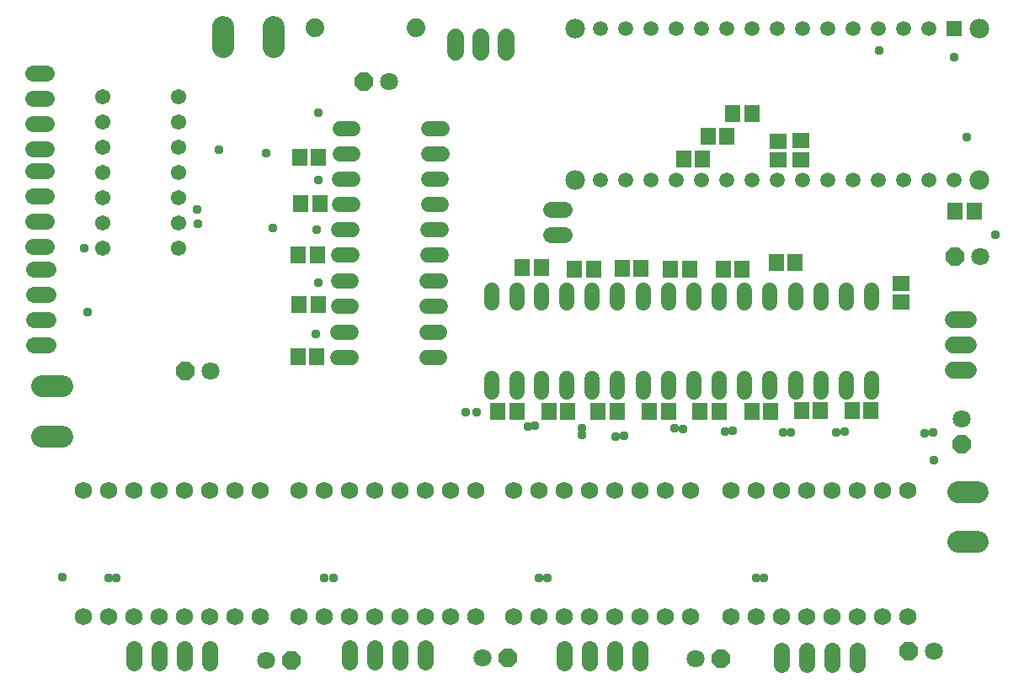
<source format=gbr>
G04 EAGLE Gerber RS-274X export*
G75*
%MOMM*%
%FSLAX34Y34*%
%LPD*%
%INSoldermask Top*%
%IPPOS*%
%AMOC8*
5,1,8,0,0,1.08239X$1,22.5*%
G01*
G04 Define Apertures*
%ADD10C,1.981200*%
%ADD11R,1.511200X1.511200*%
%ADD12C,1.511200*%
%ADD13C,2.184400*%
%ADD14C,1.879600*%
%ADD15C,1.727200*%
%ADD16C,1.546600*%
%ADD17C,1.727200*%
%ADD18C,1.524000*%
%ADD19R,1.703200X1.503200*%
%ADD20R,1.503200X1.703200*%
%ADD21C,1.625600*%
%ADD22P,1.95198X8X202.5*%
%ADD23C,1.803400*%
%ADD24P,1.95198X8X22.5*%
%ADD25P,1.95198X8X292.5*%
%ADD26C,0.959600*%
D10*
X976983Y670055D03*
D11*
X951583Y670055D03*
D12*
X926183Y670055D03*
X900783Y670055D03*
X875383Y670055D03*
X849983Y670055D03*
X824583Y670055D03*
X799183Y670055D03*
X773783Y670055D03*
X748383Y670055D03*
X722983Y670055D03*
X697583Y670055D03*
X672183Y670055D03*
X646783Y670055D03*
X621383Y670055D03*
X595983Y670055D03*
X595983Y517655D03*
X621383Y517655D03*
X646783Y517655D03*
X672183Y517655D03*
X697583Y517655D03*
X722983Y517655D03*
X748383Y517655D03*
X773783Y517655D03*
X799183Y517655D03*
X824583Y517655D03*
X849983Y517655D03*
X875383Y517655D03*
X900783Y517655D03*
X926183Y517655D03*
X951583Y517655D03*
D10*
X976983Y517655D03*
X570583Y517655D03*
X570583Y670055D03*
D13*
X955326Y153797D02*
X975138Y153797D01*
X975138Y204089D02*
X955326Y204089D01*
X266837Y651907D02*
X266837Y671719D01*
X216545Y671719D02*
X216545Y651907D01*
D14*
X308547Y670925D03*
X410147Y670925D03*
D15*
X950341Y377635D02*
X965581Y377635D01*
X965581Y352235D02*
X950341Y352235D01*
X950341Y326835D02*
X965581Y326835D01*
D16*
X95527Y601512D03*
X95527Y576112D03*
X95527Y550712D03*
X95527Y525312D03*
X95527Y499912D03*
X95527Y474512D03*
X95527Y449112D03*
X171727Y449112D03*
X171727Y474512D03*
X171727Y499912D03*
X171727Y525312D03*
X171727Y550712D03*
X171727Y576112D03*
X171727Y601512D03*
D15*
X450215Y646541D02*
X450215Y661781D01*
X475615Y661781D02*
X475615Y646541D01*
X501015Y646541D02*
X501015Y661781D01*
D17*
X253464Y205683D03*
X228064Y205683D03*
X202664Y205683D03*
X177264Y205683D03*
X151864Y205683D03*
X126464Y205683D03*
X101064Y205683D03*
X75664Y205683D03*
X75664Y78683D03*
X101064Y78683D03*
X126464Y78683D03*
X151864Y78683D03*
X177264Y78683D03*
X202664Y78683D03*
X228064Y78683D03*
X253464Y78683D03*
X470630Y205804D03*
X445230Y205804D03*
X419830Y205804D03*
X394430Y205804D03*
X369030Y205804D03*
X343630Y205804D03*
X318230Y205804D03*
X292830Y205804D03*
X292830Y78804D03*
X318230Y78804D03*
X343630Y78804D03*
X369030Y78804D03*
X394430Y78804D03*
X419830Y78804D03*
X445230Y78804D03*
X470630Y78804D03*
X686530Y205804D03*
X661130Y205804D03*
X635730Y205804D03*
X610330Y205804D03*
X584930Y205804D03*
X559530Y205804D03*
X534130Y205804D03*
X508730Y205804D03*
X508730Y78804D03*
X534130Y78804D03*
X559530Y78804D03*
X584930Y78804D03*
X610330Y78804D03*
X635730Y78804D03*
X661130Y78804D03*
X686530Y78804D03*
X904460Y205804D03*
X879060Y205804D03*
X853660Y205804D03*
X828260Y205804D03*
X802860Y205804D03*
X777460Y205804D03*
X752060Y205804D03*
X726660Y205804D03*
X726660Y78804D03*
X752060Y78804D03*
X777460Y78804D03*
X802860Y78804D03*
X828260Y78804D03*
X853660Y78804D03*
X879060Y78804D03*
X904460Y78804D03*
D18*
X562158Y393891D02*
X562158Y407099D01*
X536758Y407099D02*
X536758Y393891D01*
X536758Y317691D02*
X536758Y304483D01*
X562158Y304483D02*
X562158Y317691D01*
X435387Y442389D02*
X422179Y442389D01*
X422179Y467789D02*
X435387Y467789D01*
X345979Y467789D02*
X332771Y467789D01*
X332771Y442389D02*
X345979Y442389D01*
X423179Y543766D02*
X436387Y543766D01*
X436387Y569166D02*
X423179Y569166D01*
X346979Y569166D02*
X333771Y569166D01*
X333771Y543766D02*
X346979Y543766D01*
X421520Y390876D02*
X434728Y390876D01*
X434728Y416276D02*
X421520Y416276D01*
X345320Y416276D02*
X332112Y416276D01*
X332112Y390876D02*
X345320Y390876D01*
X664057Y393907D02*
X664057Y407115D01*
X638657Y407115D02*
X638657Y393907D01*
X638657Y317707D02*
X638657Y304499D01*
X664057Y304499D02*
X664057Y317707D01*
X434164Y338884D02*
X420956Y338884D01*
X420956Y364284D02*
X434164Y364284D01*
X344756Y364284D02*
X331548Y364284D01*
X331548Y338884D02*
X344756Y338884D01*
X422607Y493386D02*
X435815Y493386D01*
X435815Y518786D02*
X422607Y518786D01*
X346407Y518786D02*
X333199Y518786D01*
X333199Y493386D02*
X346407Y493386D01*
X766301Y407043D02*
X766301Y393835D01*
X740901Y393835D02*
X740901Y407043D01*
X740901Y317635D02*
X740901Y304427D01*
X766301Y304427D02*
X766301Y317635D01*
X868278Y393842D02*
X868278Y407050D01*
X842878Y407050D02*
X842878Y393842D01*
X842878Y317642D02*
X842878Y304434D01*
X868278Y304434D02*
X868278Y317642D01*
X511524Y393827D02*
X511524Y407035D01*
X486124Y407035D02*
X486124Y393827D01*
X486124Y317627D02*
X486124Y304419D01*
X511524Y304419D02*
X511524Y317627D01*
X613061Y393954D02*
X613061Y407162D01*
X587661Y407162D02*
X587661Y393954D01*
X587661Y317754D02*
X587661Y304546D01*
X613061Y304546D02*
X613061Y317754D01*
X715319Y393827D02*
X715319Y407035D01*
X689919Y407035D02*
X689919Y393827D01*
X689919Y317627D02*
X689919Y304419D01*
X715319Y304419D02*
X715319Y317627D01*
X817340Y393954D02*
X817340Y407162D01*
X791940Y407162D02*
X791940Y393954D01*
X791940Y317754D02*
X791940Y304546D01*
X817340Y304546D02*
X817340Y317754D01*
D19*
X898303Y394678D03*
X898303Y413678D03*
D20*
X511737Y284714D03*
X492737Y284714D03*
X612293Y284773D03*
X593293Y284773D03*
X714822Y285025D03*
X695822Y285025D03*
X816744Y285494D03*
X797744Y285494D03*
X517264Y429609D03*
X536264Y429609D03*
X617436Y428943D03*
X636436Y428943D03*
X719321Y428386D03*
X738321Y428386D03*
X952493Y486601D03*
X971493Y486601D03*
X562717Y284607D03*
X543717Y284607D03*
X663954Y284986D03*
X644954Y284986D03*
X766705Y285389D03*
X747705Y285389D03*
X728843Y584704D03*
X747843Y584704D03*
X311125Y442239D03*
X292125Y442239D03*
X867523Y285745D03*
X848523Y285745D03*
D19*
X797433Y557505D03*
X797433Y538505D03*
D20*
X312046Y541022D03*
X293046Y541022D03*
X704081Y561658D03*
X723081Y561658D03*
X311916Y392589D03*
X292916Y392589D03*
X679316Y538925D03*
X698316Y538925D03*
X310681Y340424D03*
X291681Y340424D03*
D19*
X774097Y556997D03*
X774097Y537997D03*
D20*
X313379Y494349D03*
X294379Y494349D03*
X569842Y428466D03*
X588842Y428466D03*
X666394Y428466D03*
X685394Y428466D03*
X772630Y435261D03*
X791630Y435261D03*
D21*
X126778Y46292D02*
X126778Y32068D01*
X152178Y32068D02*
X152178Y46292D01*
X177578Y46292D02*
X177578Y32068D01*
X202978Y32068D02*
X202978Y46292D01*
X38925Y526883D02*
X24701Y526883D01*
X24701Y501483D02*
X38925Y501483D01*
X38925Y476083D02*
X24701Y476083D01*
X24701Y450683D02*
X38925Y450683D01*
X40203Y428159D02*
X25979Y428159D01*
X25979Y402759D02*
X40203Y402759D01*
X40203Y377359D02*
X25979Y377359D01*
X25979Y351959D02*
X40203Y351959D01*
X343567Y46704D02*
X343567Y32480D01*
X368967Y32480D02*
X368967Y46704D01*
X394367Y46704D02*
X394367Y32480D01*
X419767Y32480D02*
X419767Y46704D01*
X559245Y46196D02*
X559245Y31972D01*
X584645Y31972D02*
X584645Y46196D01*
X610045Y46196D02*
X610045Y31972D01*
X635445Y31972D02*
X635445Y46196D01*
X778002Y44481D02*
X778002Y30257D01*
X803402Y30257D02*
X803402Y44481D01*
X828802Y44481D02*
X828802Y30257D01*
X854202Y30257D02*
X854202Y44481D01*
X559587Y462976D02*
X545363Y462976D01*
X545363Y488376D02*
X559587Y488376D01*
X38925Y625593D02*
X24701Y625593D01*
X24701Y600193D02*
X38925Y600193D01*
X38925Y574793D02*
X24701Y574793D01*
X24701Y549393D02*
X38925Y549393D01*
D22*
X952127Y441071D03*
D23*
X977527Y441071D03*
D22*
X905542Y43752D03*
D23*
X930942Y43752D03*
D24*
X284861Y34036D03*
D23*
X259461Y34036D03*
D24*
X502952Y36640D03*
D23*
X477552Y36640D03*
D24*
X717074Y36132D03*
D23*
X691674Y36132D03*
D22*
X178118Y325850D03*
D23*
X203518Y325850D03*
D22*
X357759Y616998D03*
D23*
X383159Y616998D03*
D25*
X959199Y252159D03*
D23*
X959199Y277559D03*
D13*
X54356Y310293D02*
X34544Y310293D01*
X34544Y260001D02*
X54356Y260001D01*
D26*
X76930Y448945D03*
X79978Y385223D03*
X992824Y463171D03*
X951071Y641128D03*
X875776Y648446D03*
X964025Y561118D03*
X100933Y117793D03*
X317976Y117158D03*
X534194Y117031D03*
X752062Y117158D03*
X109188Y117793D03*
X327438Y117158D03*
X542576Y117031D03*
X760063Y117348D03*
X54450Y117920D03*
X618998Y260509D03*
X529685Y270447D03*
X576675Y268155D03*
X728758Y265240D03*
X787305Y264097D03*
X841343Y264478D03*
X678529Y267526D03*
X833025Y264160D03*
X779558Y263716D03*
X720757Y264795D03*
X669989Y267748D03*
X611219Y260033D03*
X576802Y261176D03*
X522827Y270193D03*
X471456Y283909D03*
X459962Y284226D03*
X930243Y263779D03*
X921322Y263398D03*
X930688Y235839D03*
X309467Y362490D03*
X191294Y473424D03*
X266510Y469519D03*
X310198Y468186D03*
X190278Y487966D03*
X311690Y414401D03*
X259398Y544608D03*
X311785Y517906D03*
X212058Y548735D03*
X312230Y585946D03*
M02*

</source>
